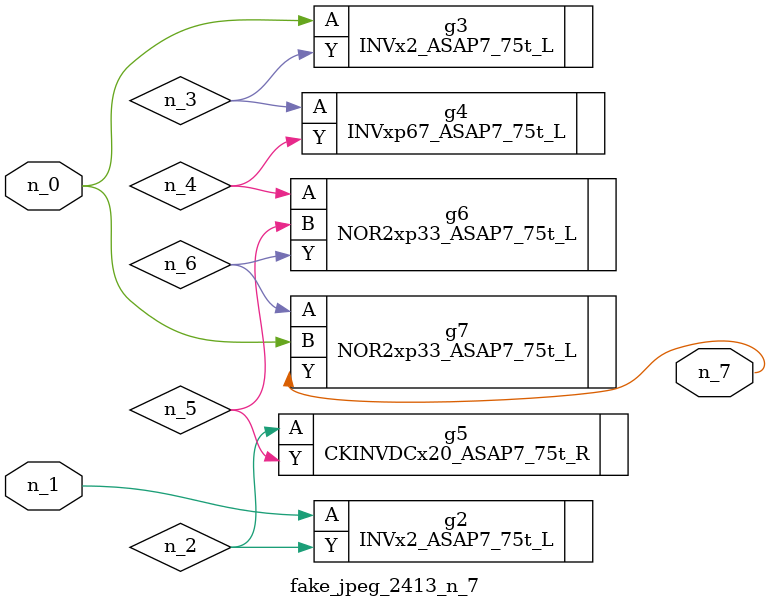
<source format=v>
module fake_jpeg_2413_n_7 (n_0, n_1, n_7);

input n_0;
input n_1;

output n_7;

wire n_3;
wire n_2;
wire n_4;
wire n_6;
wire n_5;

INVx2_ASAP7_75t_L g2 ( 
.A(n_1),
.Y(n_2)
);

INVx2_ASAP7_75t_L g3 ( 
.A(n_0),
.Y(n_3)
);

INVxp67_ASAP7_75t_L g4 ( 
.A(n_3),
.Y(n_4)
);

NOR2xp33_ASAP7_75t_L g6 ( 
.A(n_4),
.B(n_5),
.Y(n_6)
);

CKINVDCx20_ASAP7_75t_R g5 ( 
.A(n_2),
.Y(n_5)
);

NOR2xp33_ASAP7_75t_L g7 ( 
.A(n_6),
.B(n_0),
.Y(n_7)
);


endmodule
</source>
